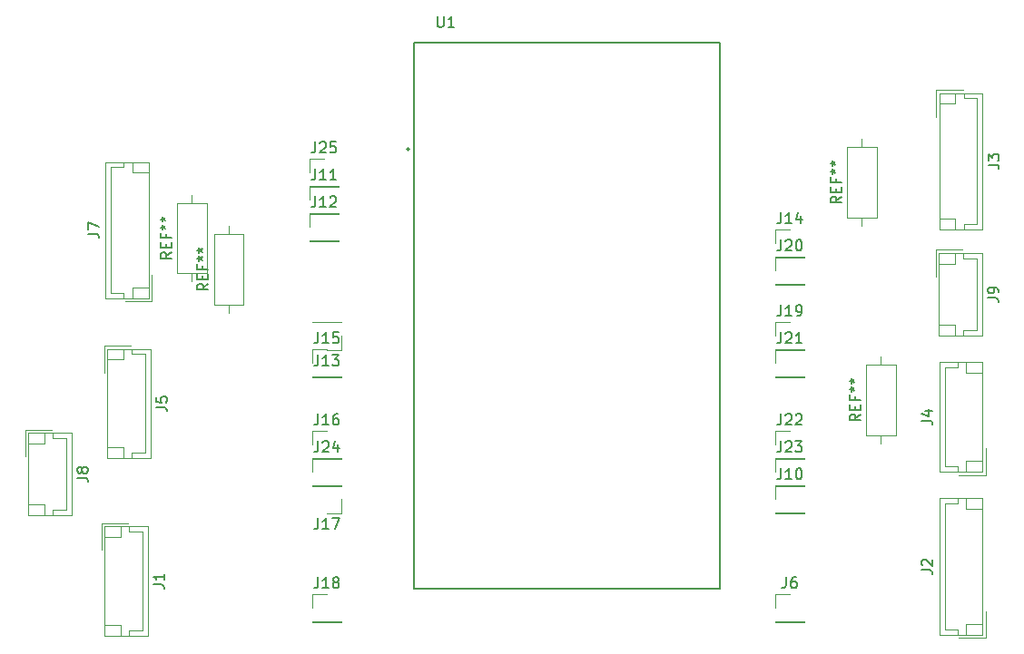
<source format=gbr>
%TF.GenerationSoftware,KiCad,Pcbnew,7.0.10*%
%TF.CreationDate,2024-02-21T13:04:12+05:00*%
%TF.ProjectId,Circuit for 3rd Milestone,43697263-7569-4742-9066-6f7220337264,rev?*%
%TF.SameCoordinates,Original*%
%TF.FileFunction,Legend,Top*%
%TF.FilePolarity,Positive*%
%FSLAX46Y46*%
G04 Gerber Fmt 4.6, Leading zero omitted, Abs format (unit mm)*
G04 Created by KiCad (PCBNEW 7.0.10) date 2024-02-21 13:04:12*
%MOMM*%
%LPD*%
G01*
G04 APERTURE LIST*
%ADD10C,0.150000*%
%ADD11C,0.120000*%
%ADD12C,0.127000*%
%ADD13C,0.200000*%
G04 APERTURE END LIST*
D10*
X202390476Y-119044819D02*
X202390476Y-119759104D01*
X202390476Y-119759104D02*
X202342857Y-119901961D01*
X202342857Y-119901961D02*
X202247619Y-119997200D01*
X202247619Y-119997200D02*
X202104762Y-120044819D01*
X202104762Y-120044819D02*
X202009524Y-120044819D01*
X203390476Y-120044819D02*
X202819048Y-120044819D01*
X203104762Y-120044819D02*
X203104762Y-119044819D01*
X203104762Y-119044819D02*
X203009524Y-119187676D01*
X203009524Y-119187676D02*
X202914286Y-119282914D01*
X202914286Y-119282914D02*
X202819048Y-119330533D01*
X204009524Y-119044819D02*
X204104762Y-119044819D01*
X204104762Y-119044819D02*
X204200000Y-119092438D01*
X204200000Y-119092438D02*
X204247619Y-119140057D01*
X204247619Y-119140057D02*
X204295238Y-119235295D01*
X204295238Y-119235295D02*
X204342857Y-119425771D01*
X204342857Y-119425771D02*
X204342857Y-119663866D01*
X204342857Y-119663866D02*
X204295238Y-119854342D01*
X204295238Y-119854342D02*
X204247619Y-119949580D01*
X204247619Y-119949580D02*
X204200000Y-119997200D01*
X204200000Y-119997200D02*
X204104762Y-120044819D01*
X204104762Y-120044819D02*
X204009524Y-120044819D01*
X204009524Y-120044819D02*
X203914286Y-119997200D01*
X203914286Y-119997200D02*
X203866667Y-119949580D01*
X203866667Y-119949580D02*
X203819048Y-119854342D01*
X203819048Y-119854342D02*
X203771429Y-119663866D01*
X203771429Y-119663866D02*
X203771429Y-119425771D01*
X203771429Y-119425771D02*
X203819048Y-119235295D01*
X203819048Y-119235295D02*
X203866667Y-119140057D01*
X203866667Y-119140057D02*
X203914286Y-119092438D01*
X203914286Y-119092438D02*
X204009524Y-119044819D01*
X215510819Y-114573333D02*
X216225104Y-114573333D01*
X216225104Y-114573333D02*
X216367961Y-114620952D01*
X216367961Y-114620952D02*
X216463200Y-114716190D01*
X216463200Y-114716190D02*
X216510819Y-114859047D01*
X216510819Y-114859047D02*
X216510819Y-114954285D01*
X215844152Y-113668571D02*
X216510819Y-113668571D01*
X215463200Y-113906666D02*
X216177485Y-114144761D01*
X216177485Y-114144761D02*
X216177485Y-113525714D01*
X202390476Y-113964819D02*
X202390476Y-114679104D01*
X202390476Y-114679104D02*
X202342857Y-114821961D01*
X202342857Y-114821961D02*
X202247619Y-114917200D01*
X202247619Y-114917200D02*
X202104762Y-114964819D01*
X202104762Y-114964819D02*
X202009524Y-114964819D01*
X202819048Y-114060057D02*
X202866667Y-114012438D01*
X202866667Y-114012438D02*
X202961905Y-113964819D01*
X202961905Y-113964819D02*
X203200000Y-113964819D01*
X203200000Y-113964819D02*
X203295238Y-114012438D01*
X203295238Y-114012438D02*
X203342857Y-114060057D01*
X203342857Y-114060057D02*
X203390476Y-114155295D01*
X203390476Y-114155295D02*
X203390476Y-114250533D01*
X203390476Y-114250533D02*
X203342857Y-114393390D01*
X203342857Y-114393390D02*
X202771429Y-114964819D01*
X202771429Y-114964819D02*
X203390476Y-114964819D01*
X203771429Y-114060057D02*
X203819048Y-114012438D01*
X203819048Y-114012438D02*
X203914286Y-113964819D01*
X203914286Y-113964819D02*
X204152381Y-113964819D01*
X204152381Y-113964819D02*
X204247619Y-114012438D01*
X204247619Y-114012438D02*
X204295238Y-114060057D01*
X204295238Y-114060057D02*
X204342857Y-114155295D01*
X204342857Y-114155295D02*
X204342857Y-114250533D01*
X204342857Y-114250533D02*
X204295238Y-114393390D01*
X204295238Y-114393390D02*
X203723810Y-114964819D01*
X203723810Y-114964819D02*
X204342857Y-114964819D01*
X144113819Y-113323333D02*
X144828104Y-113323333D01*
X144828104Y-113323333D02*
X144970961Y-113370952D01*
X144970961Y-113370952D02*
X145066200Y-113466190D01*
X145066200Y-113466190D02*
X145113819Y-113609047D01*
X145113819Y-113609047D02*
X145113819Y-113704285D01*
X144113819Y-112370952D02*
X144113819Y-112847142D01*
X144113819Y-112847142D02*
X144590009Y-112894761D01*
X144590009Y-112894761D02*
X144542390Y-112847142D01*
X144542390Y-112847142D02*
X144494771Y-112751904D01*
X144494771Y-112751904D02*
X144494771Y-112513809D01*
X144494771Y-112513809D02*
X144542390Y-112418571D01*
X144542390Y-112418571D02*
X144590009Y-112370952D01*
X144590009Y-112370952D02*
X144685247Y-112323333D01*
X144685247Y-112323333D02*
X144923342Y-112323333D01*
X144923342Y-112323333D02*
X145018580Y-112370952D01*
X145018580Y-112370952D02*
X145066200Y-112418571D01*
X145066200Y-112418571D02*
X145113819Y-112513809D01*
X145113819Y-112513809D02*
X145113819Y-112751904D01*
X145113819Y-112751904D02*
X145066200Y-112847142D01*
X145066200Y-112847142D02*
X145018580Y-112894761D01*
X159210476Y-113964819D02*
X159210476Y-114679104D01*
X159210476Y-114679104D02*
X159162857Y-114821961D01*
X159162857Y-114821961D02*
X159067619Y-114917200D01*
X159067619Y-114917200D02*
X158924762Y-114964819D01*
X158924762Y-114964819D02*
X158829524Y-114964819D01*
X160210476Y-114964819D02*
X159639048Y-114964819D01*
X159924762Y-114964819D02*
X159924762Y-113964819D01*
X159924762Y-113964819D02*
X159829524Y-114107676D01*
X159829524Y-114107676D02*
X159734286Y-114202914D01*
X159734286Y-114202914D02*
X159639048Y-114250533D01*
X161067619Y-113964819D02*
X160877143Y-113964819D01*
X160877143Y-113964819D02*
X160781905Y-114012438D01*
X160781905Y-114012438D02*
X160734286Y-114060057D01*
X160734286Y-114060057D02*
X160639048Y-114202914D01*
X160639048Y-114202914D02*
X160591429Y-114393390D01*
X160591429Y-114393390D02*
X160591429Y-114774342D01*
X160591429Y-114774342D02*
X160639048Y-114869580D01*
X160639048Y-114869580D02*
X160686667Y-114917200D01*
X160686667Y-114917200D02*
X160781905Y-114964819D01*
X160781905Y-114964819D02*
X160972381Y-114964819D01*
X160972381Y-114964819D02*
X161067619Y-114917200D01*
X161067619Y-114917200D02*
X161115238Y-114869580D01*
X161115238Y-114869580D02*
X161162857Y-114774342D01*
X161162857Y-114774342D02*
X161162857Y-114536247D01*
X161162857Y-114536247D02*
X161115238Y-114441009D01*
X161115238Y-114441009D02*
X161067619Y-114393390D01*
X161067619Y-114393390D02*
X160972381Y-114345771D01*
X160972381Y-114345771D02*
X160781905Y-114345771D01*
X160781905Y-114345771D02*
X160686667Y-114393390D01*
X160686667Y-114393390D02*
X160639048Y-114441009D01*
X160639048Y-114441009D02*
X160591429Y-114536247D01*
X159210476Y-116504819D02*
X159210476Y-117219104D01*
X159210476Y-117219104D02*
X159162857Y-117361961D01*
X159162857Y-117361961D02*
X159067619Y-117457200D01*
X159067619Y-117457200D02*
X158924762Y-117504819D01*
X158924762Y-117504819D02*
X158829524Y-117504819D01*
X159639048Y-116600057D02*
X159686667Y-116552438D01*
X159686667Y-116552438D02*
X159781905Y-116504819D01*
X159781905Y-116504819D02*
X160020000Y-116504819D01*
X160020000Y-116504819D02*
X160115238Y-116552438D01*
X160115238Y-116552438D02*
X160162857Y-116600057D01*
X160162857Y-116600057D02*
X160210476Y-116695295D01*
X160210476Y-116695295D02*
X160210476Y-116790533D01*
X160210476Y-116790533D02*
X160162857Y-116933390D01*
X160162857Y-116933390D02*
X159591429Y-117504819D01*
X159591429Y-117504819D02*
X160210476Y-117504819D01*
X161067619Y-116838152D02*
X161067619Y-117504819D01*
X160829524Y-116457200D02*
X160591429Y-117171485D01*
X160591429Y-117171485D02*
X161210476Y-117171485D01*
X208015819Y-93662333D02*
X207539628Y-93995666D01*
X208015819Y-94233761D02*
X207015819Y-94233761D01*
X207015819Y-94233761D02*
X207015819Y-93852809D01*
X207015819Y-93852809D02*
X207063438Y-93757571D01*
X207063438Y-93757571D02*
X207111057Y-93709952D01*
X207111057Y-93709952D02*
X207206295Y-93662333D01*
X207206295Y-93662333D02*
X207349152Y-93662333D01*
X207349152Y-93662333D02*
X207444390Y-93709952D01*
X207444390Y-93709952D02*
X207492009Y-93757571D01*
X207492009Y-93757571D02*
X207539628Y-93852809D01*
X207539628Y-93852809D02*
X207539628Y-94233761D01*
X207492009Y-93233761D02*
X207492009Y-92900428D01*
X208015819Y-92757571D02*
X208015819Y-93233761D01*
X208015819Y-93233761D02*
X207015819Y-93233761D01*
X207015819Y-93233761D02*
X207015819Y-92757571D01*
X207492009Y-91995666D02*
X207492009Y-92328999D01*
X208015819Y-92328999D02*
X207015819Y-92328999D01*
X207015819Y-92328999D02*
X207015819Y-91852809D01*
X207015819Y-91328999D02*
X207253914Y-91328999D01*
X207158676Y-91567094D02*
X207253914Y-91328999D01*
X207253914Y-91328999D02*
X207158676Y-91090904D01*
X207444390Y-91471856D02*
X207253914Y-91328999D01*
X207253914Y-91328999D02*
X207444390Y-91186142D01*
X207015819Y-90567094D02*
X207253914Y-90567094D01*
X207158676Y-90805189D02*
X207253914Y-90567094D01*
X207253914Y-90567094D02*
X207158676Y-90328999D01*
X207444390Y-90709951D02*
X207253914Y-90567094D01*
X207253914Y-90567094D02*
X207444390Y-90424237D01*
X143859819Y-129873333D02*
X144574104Y-129873333D01*
X144574104Y-129873333D02*
X144716961Y-129920952D01*
X144716961Y-129920952D02*
X144812200Y-130016190D01*
X144812200Y-130016190D02*
X144859819Y-130159047D01*
X144859819Y-130159047D02*
X144859819Y-130254285D01*
X144859819Y-128873333D02*
X144859819Y-129444761D01*
X144859819Y-129159047D02*
X143859819Y-129159047D01*
X143859819Y-129159047D02*
X144002676Y-129254285D01*
X144002676Y-129254285D02*
X144097914Y-129349523D01*
X144097914Y-129349523D02*
X144145533Y-129444761D01*
X202866666Y-129204819D02*
X202866666Y-129919104D01*
X202866666Y-129919104D02*
X202819047Y-130061961D01*
X202819047Y-130061961D02*
X202723809Y-130157200D01*
X202723809Y-130157200D02*
X202580952Y-130204819D01*
X202580952Y-130204819D02*
X202485714Y-130204819D01*
X203771428Y-129204819D02*
X203580952Y-129204819D01*
X203580952Y-129204819D02*
X203485714Y-129252438D01*
X203485714Y-129252438D02*
X203438095Y-129300057D01*
X203438095Y-129300057D02*
X203342857Y-129442914D01*
X203342857Y-129442914D02*
X203295238Y-129633390D01*
X203295238Y-129633390D02*
X203295238Y-130014342D01*
X203295238Y-130014342D02*
X203342857Y-130109580D01*
X203342857Y-130109580D02*
X203390476Y-130157200D01*
X203390476Y-130157200D02*
X203485714Y-130204819D01*
X203485714Y-130204819D02*
X203676190Y-130204819D01*
X203676190Y-130204819D02*
X203771428Y-130157200D01*
X203771428Y-130157200D02*
X203819047Y-130109580D01*
X203819047Y-130109580D02*
X203866666Y-130014342D01*
X203866666Y-130014342D02*
X203866666Y-129776247D01*
X203866666Y-129776247D02*
X203819047Y-129681009D01*
X203819047Y-129681009D02*
X203771428Y-129633390D01*
X203771428Y-129633390D02*
X203676190Y-129585771D01*
X203676190Y-129585771D02*
X203485714Y-129585771D01*
X203485714Y-129585771D02*
X203390476Y-129633390D01*
X203390476Y-129633390D02*
X203342857Y-129681009D01*
X203342857Y-129681009D02*
X203295238Y-129776247D01*
X137751819Y-97127333D02*
X138466104Y-97127333D01*
X138466104Y-97127333D02*
X138608961Y-97174952D01*
X138608961Y-97174952D02*
X138704200Y-97270190D01*
X138704200Y-97270190D02*
X138751819Y-97413047D01*
X138751819Y-97413047D02*
X138751819Y-97508285D01*
X137751819Y-96746380D02*
X137751819Y-96079714D01*
X137751819Y-96079714D02*
X138751819Y-96508285D01*
X202390476Y-116504819D02*
X202390476Y-117219104D01*
X202390476Y-117219104D02*
X202342857Y-117361961D01*
X202342857Y-117361961D02*
X202247619Y-117457200D01*
X202247619Y-117457200D02*
X202104762Y-117504819D01*
X202104762Y-117504819D02*
X202009524Y-117504819D01*
X202819048Y-116600057D02*
X202866667Y-116552438D01*
X202866667Y-116552438D02*
X202961905Y-116504819D01*
X202961905Y-116504819D02*
X203200000Y-116504819D01*
X203200000Y-116504819D02*
X203295238Y-116552438D01*
X203295238Y-116552438D02*
X203342857Y-116600057D01*
X203342857Y-116600057D02*
X203390476Y-116695295D01*
X203390476Y-116695295D02*
X203390476Y-116790533D01*
X203390476Y-116790533D02*
X203342857Y-116933390D01*
X203342857Y-116933390D02*
X202771429Y-117504819D01*
X202771429Y-117504819D02*
X203390476Y-117504819D01*
X203723810Y-116504819D02*
X204342857Y-116504819D01*
X204342857Y-116504819D02*
X204009524Y-116885771D01*
X204009524Y-116885771D02*
X204152381Y-116885771D01*
X204152381Y-116885771D02*
X204247619Y-116933390D01*
X204247619Y-116933390D02*
X204295238Y-116981009D01*
X204295238Y-116981009D02*
X204342857Y-117076247D01*
X204342857Y-117076247D02*
X204342857Y-117314342D01*
X204342857Y-117314342D02*
X204295238Y-117409580D01*
X204295238Y-117409580D02*
X204247619Y-117457200D01*
X204247619Y-117457200D02*
X204152381Y-117504819D01*
X204152381Y-117504819D02*
X203866667Y-117504819D01*
X203866667Y-117504819D02*
X203771429Y-117457200D01*
X203771429Y-117457200D02*
X203723810Y-117409580D01*
X136747819Y-119907333D02*
X137462104Y-119907333D01*
X137462104Y-119907333D02*
X137604961Y-119954952D01*
X137604961Y-119954952D02*
X137700200Y-120050190D01*
X137700200Y-120050190D02*
X137747819Y-120193047D01*
X137747819Y-120193047D02*
X137747819Y-120288285D01*
X137176390Y-119288285D02*
X137128771Y-119383523D01*
X137128771Y-119383523D02*
X137081152Y-119431142D01*
X137081152Y-119431142D02*
X136985914Y-119478761D01*
X136985914Y-119478761D02*
X136938295Y-119478761D01*
X136938295Y-119478761D02*
X136843057Y-119431142D01*
X136843057Y-119431142D02*
X136795438Y-119383523D01*
X136795438Y-119383523D02*
X136747819Y-119288285D01*
X136747819Y-119288285D02*
X136747819Y-119097809D01*
X136747819Y-119097809D02*
X136795438Y-119002571D01*
X136795438Y-119002571D02*
X136843057Y-118954952D01*
X136843057Y-118954952D02*
X136938295Y-118907333D01*
X136938295Y-118907333D02*
X136985914Y-118907333D01*
X136985914Y-118907333D02*
X137081152Y-118954952D01*
X137081152Y-118954952D02*
X137128771Y-119002571D01*
X137128771Y-119002571D02*
X137176390Y-119097809D01*
X137176390Y-119097809D02*
X137176390Y-119288285D01*
X137176390Y-119288285D02*
X137224009Y-119383523D01*
X137224009Y-119383523D02*
X137271628Y-119431142D01*
X137271628Y-119431142D02*
X137366866Y-119478761D01*
X137366866Y-119478761D02*
X137557342Y-119478761D01*
X137557342Y-119478761D02*
X137652580Y-119431142D01*
X137652580Y-119431142D02*
X137700200Y-119383523D01*
X137700200Y-119383523D02*
X137747819Y-119288285D01*
X137747819Y-119288285D02*
X137747819Y-119097809D01*
X137747819Y-119097809D02*
X137700200Y-119002571D01*
X137700200Y-119002571D02*
X137652580Y-118954952D01*
X137652580Y-118954952D02*
X137557342Y-118907333D01*
X137557342Y-118907333D02*
X137366866Y-118907333D01*
X137366866Y-118907333D02*
X137271628Y-118954952D01*
X137271628Y-118954952D02*
X137224009Y-119002571D01*
X137224009Y-119002571D02*
X137176390Y-119097809D01*
X148960819Y-101790333D02*
X148484628Y-102123666D01*
X148960819Y-102361761D02*
X147960819Y-102361761D01*
X147960819Y-102361761D02*
X147960819Y-101980809D01*
X147960819Y-101980809D02*
X148008438Y-101885571D01*
X148008438Y-101885571D02*
X148056057Y-101837952D01*
X148056057Y-101837952D02*
X148151295Y-101790333D01*
X148151295Y-101790333D02*
X148294152Y-101790333D01*
X148294152Y-101790333D02*
X148389390Y-101837952D01*
X148389390Y-101837952D02*
X148437009Y-101885571D01*
X148437009Y-101885571D02*
X148484628Y-101980809D01*
X148484628Y-101980809D02*
X148484628Y-102361761D01*
X148437009Y-101361761D02*
X148437009Y-101028428D01*
X148960819Y-100885571D02*
X148960819Y-101361761D01*
X148960819Y-101361761D02*
X147960819Y-101361761D01*
X147960819Y-101361761D02*
X147960819Y-100885571D01*
X148437009Y-100123666D02*
X148437009Y-100456999D01*
X148960819Y-100456999D02*
X147960819Y-100456999D01*
X147960819Y-100456999D02*
X147960819Y-99980809D01*
X147960819Y-99456999D02*
X148198914Y-99456999D01*
X148103676Y-99695094D02*
X148198914Y-99456999D01*
X148198914Y-99456999D02*
X148103676Y-99218904D01*
X148389390Y-99599856D02*
X148198914Y-99456999D01*
X148198914Y-99456999D02*
X148389390Y-99314142D01*
X147960819Y-98695094D02*
X148198914Y-98695094D01*
X148103676Y-98933189D02*
X148198914Y-98695094D01*
X148198914Y-98695094D02*
X148103676Y-98456999D01*
X148389390Y-98837951D02*
X148198914Y-98695094D01*
X148198914Y-98695094D02*
X148389390Y-98552237D01*
X202390476Y-106344819D02*
X202390476Y-107059104D01*
X202390476Y-107059104D02*
X202342857Y-107201961D01*
X202342857Y-107201961D02*
X202247619Y-107297200D01*
X202247619Y-107297200D02*
X202104762Y-107344819D01*
X202104762Y-107344819D02*
X202009524Y-107344819D01*
X202819048Y-106440057D02*
X202866667Y-106392438D01*
X202866667Y-106392438D02*
X202961905Y-106344819D01*
X202961905Y-106344819D02*
X203200000Y-106344819D01*
X203200000Y-106344819D02*
X203295238Y-106392438D01*
X203295238Y-106392438D02*
X203342857Y-106440057D01*
X203342857Y-106440057D02*
X203390476Y-106535295D01*
X203390476Y-106535295D02*
X203390476Y-106630533D01*
X203390476Y-106630533D02*
X203342857Y-106773390D01*
X203342857Y-106773390D02*
X202771429Y-107344819D01*
X202771429Y-107344819D02*
X203390476Y-107344819D01*
X204342857Y-107344819D02*
X203771429Y-107344819D01*
X204057143Y-107344819D02*
X204057143Y-106344819D01*
X204057143Y-106344819D02*
X203961905Y-106487676D01*
X203961905Y-106487676D02*
X203866667Y-106582914D01*
X203866667Y-106582914D02*
X203771429Y-106630533D01*
X145531819Y-98869333D02*
X145055628Y-99202666D01*
X145531819Y-99440761D02*
X144531819Y-99440761D01*
X144531819Y-99440761D02*
X144531819Y-99059809D01*
X144531819Y-99059809D02*
X144579438Y-98964571D01*
X144579438Y-98964571D02*
X144627057Y-98916952D01*
X144627057Y-98916952D02*
X144722295Y-98869333D01*
X144722295Y-98869333D02*
X144865152Y-98869333D01*
X144865152Y-98869333D02*
X144960390Y-98916952D01*
X144960390Y-98916952D02*
X145008009Y-98964571D01*
X145008009Y-98964571D02*
X145055628Y-99059809D01*
X145055628Y-99059809D02*
X145055628Y-99440761D01*
X145008009Y-98440761D02*
X145008009Y-98107428D01*
X145531819Y-97964571D02*
X145531819Y-98440761D01*
X145531819Y-98440761D02*
X144531819Y-98440761D01*
X144531819Y-98440761D02*
X144531819Y-97964571D01*
X145008009Y-97202666D02*
X145008009Y-97535999D01*
X145531819Y-97535999D02*
X144531819Y-97535999D01*
X144531819Y-97535999D02*
X144531819Y-97059809D01*
X144531819Y-96535999D02*
X144769914Y-96535999D01*
X144674676Y-96774094D02*
X144769914Y-96535999D01*
X144769914Y-96535999D02*
X144674676Y-96297904D01*
X144960390Y-96678856D02*
X144769914Y-96535999D01*
X144769914Y-96535999D02*
X144960390Y-96393142D01*
X144531819Y-95774094D02*
X144769914Y-95774094D01*
X144674676Y-96012189D02*
X144769914Y-95774094D01*
X144769914Y-95774094D02*
X144674676Y-95535999D01*
X144960390Y-95916951D02*
X144769914Y-95774094D01*
X144769914Y-95774094D02*
X144960390Y-95631237D01*
X209793819Y-113982333D02*
X209317628Y-114315666D01*
X209793819Y-114553761D02*
X208793819Y-114553761D01*
X208793819Y-114553761D02*
X208793819Y-114172809D01*
X208793819Y-114172809D02*
X208841438Y-114077571D01*
X208841438Y-114077571D02*
X208889057Y-114029952D01*
X208889057Y-114029952D02*
X208984295Y-113982333D01*
X208984295Y-113982333D02*
X209127152Y-113982333D01*
X209127152Y-113982333D02*
X209222390Y-114029952D01*
X209222390Y-114029952D02*
X209270009Y-114077571D01*
X209270009Y-114077571D02*
X209317628Y-114172809D01*
X209317628Y-114172809D02*
X209317628Y-114553761D01*
X209270009Y-113553761D02*
X209270009Y-113220428D01*
X209793819Y-113077571D02*
X209793819Y-113553761D01*
X209793819Y-113553761D02*
X208793819Y-113553761D01*
X208793819Y-113553761D02*
X208793819Y-113077571D01*
X209270009Y-112315666D02*
X209270009Y-112648999D01*
X209793819Y-112648999D02*
X208793819Y-112648999D01*
X208793819Y-112648999D02*
X208793819Y-112172809D01*
X208793819Y-111648999D02*
X209031914Y-111648999D01*
X208936676Y-111887094D02*
X209031914Y-111648999D01*
X209031914Y-111648999D02*
X208936676Y-111410904D01*
X209222390Y-111791856D02*
X209031914Y-111648999D01*
X209031914Y-111648999D02*
X209222390Y-111506142D01*
X208793819Y-110887094D02*
X209031914Y-110887094D01*
X208936676Y-111125189D02*
X209031914Y-110887094D01*
X209031914Y-110887094D02*
X208936676Y-110648999D01*
X209222390Y-111029951D02*
X209031914Y-110887094D01*
X209031914Y-110887094D02*
X209222390Y-110744237D01*
X202390476Y-97708819D02*
X202390476Y-98423104D01*
X202390476Y-98423104D02*
X202342857Y-98565961D01*
X202342857Y-98565961D02*
X202247619Y-98661200D01*
X202247619Y-98661200D02*
X202104762Y-98708819D01*
X202104762Y-98708819D02*
X202009524Y-98708819D01*
X202819048Y-97804057D02*
X202866667Y-97756438D01*
X202866667Y-97756438D02*
X202961905Y-97708819D01*
X202961905Y-97708819D02*
X203200000Y-97708819D01*
X203200000Y-97708819D02*
X203295238Y-97756438D01*
X203295238Y-97756438D02*
X203342857Y-97804057D01*
X203342857Y-97804057D02*
X203390476Y-97899295D01*
X203390476Y-97899295D02*
X203390476Y-97994533D01*
X203390476Y-97994533D02*
X203342857Y-98137390D01*
X203342857Y-98137390D02*
X202771429Y-98708819D01*
X202771429Y-98708819D02*
X203390476Y-98708819D01*
X204009524Y-97708819D02*
X204104762Y-97708819D01*
X204104762Y-97708819D02*
X204200000Y-97756438D01*
X204200000Y-97756438D02*
X204247619Y-97804057D01*
X204247619Y-97804057D02*
X204295238Y-97899295D01*
X204295238Y-97899295D02*
X204342857Y-98089771D01*
X204342857Y-98089771D02*
X204342857Y-98327866D01*
X204342857Y-98327866D02*
X204295238Y-98518342D01*
X204295238Y-98518342D02*
X204247619Y-98613580D01*
X204247619Y-98613580D02*
X204200000Y-98661200D01*
X204200000Y-98661200D02*
X204104762Y-98708819D01*
X204104762Y-98708819D02*
X204009524Y-98708819D01*
X204009524Y-98708819D02*
X203914286Y-98661200D01*
X203914286Y-98661200D02*
X203866667Y-98613580D01*
X203866667Y-98613580D02*
X203819048Y-98518342D01*
X203819048Y-98518342D02*
X203771429Y-98327866D01*
X203771429Y-98327866D02*
X203771429Y-98089771D01*
X203771429Y-98089771D02*
X203819048Y-97899295D01*
X203819048Y-97899295D02*
X203866667Y-97804057D01*
X203866667Y-97804057D02*
X203914286Y-97756438D01*
X203914286Y-97756438D02*
X204009524Y-97708819D01*
X159210476Y-108464819D02*
X159210476Y-109179104D01*
X159210476Y-109179104D02*
X159162857Y-109321961D01*
X159162857Y-109321961D02*
X159067619Y-109417200D01*
X159067619Y-109417200D02*
X158924762Y-109464819D01*
X158924762Y-109464819D02*
X158829524Y-109464819D01*
X160210476Y-109464819D02*
X159639048Y-109464819D01*
X159924762Y-109464819D02*
X159924762Y-108464819D01*
X159924762Y-108464819D02*
X159829524Y-108607676D01*
X159829524Y-108607676D02*
X159734286Y-108702914D01*
X159734286Y-108702914D02*
X159639048Y-108750533D01*
X160543810Y-108464819D02*
X161162857Y-108464819D01*
X161162857Y-108464819D02*
X160829524Y-108845771D01*
X160829524Y-108845771D02*
X160972381Y-108845771D01*
X160972381Y-108845771D02*
X161067619Y-108893390D01*
X161067619Y-108893390D02*
X161115238Y-108941009D01*
X161115238Y-108941009D02*
X161162857Y-109036247D01*
X161162857Y-109036247D02*
X161162857Y-109274342D01*
X161162857Y-109274342D02*
X161115238Y-109369580D01*
X161115238Y-109369580D02*
X161067619Y-109417200D01*
X161067619Y-109417200D02*
X160972381Y-109464819D01*
X160972381Y-109464819D02*
X160686667Y-109464819D01*
X160686667Y-109464819D02*
X160591429Y-109417200D01*
X160591429Y-109417200D02*
X160543810Y-109369580D01*
X170343095Y-76849819D02*
X170343095Y-77659342D01*
X170343095Y-77659342D02*
X170390714Y-77754580D01*
X170390714Y-77754580D02*
X170438333Y-77802200D01*
X170438333Y-77802200D02*
X170533571Y-77849819D01*
X170533571Y-77849819D02*
X170724047Y-77849819D01*
X170724047Y-77849819D02*
X170819285Y-77802200D01*
X170819285Y-77802200D02*
X170866904Y-77754580D01*
X170866904Y-77754580D02*
X170914523Y-77659342D01*
X170914523Y-77659342D02*
X170914523Y-76849819D01*
X171914523Y-77849819D02*
X171343095Y-77849819D01*
X171628809Y-77849819D02*
X171628809Y-76849819D01*
X171628809Y-76849819D02*
X171533571Y-76992676D01*
X171533571Y-76992676D02*
X171438333Y-77087914D01*
X171438333Y-77087914D02*
X171343095Y-77135533D01*
X202390476Y-103804819D02*
X202390476Y-104519104D01*
X202390476Y-104519104D02*
X202342857Y-104661961D01*
X202342857Y-104661961D02*
X202247619Y-104757200D01*
X202247619Y-104757200D02*
X202104762Y-104804819D01*
X202104762Y-104804819D02*
X202009524Y-104804819D01*
X203390476Y-104804819D02*
X202819048Y-104804819D01*
X203104762Y-104804819D02*
X203104762Y-103804819D01*
X203104762Y-103804819D02*
X203009524Y-103947676D01*
X203009524Y-103947676D02*
X202914286Y-104042914D01*
X202914286Y-104042914D02*
X202819048Y-104090533D01*
X203866667Y-104804819D02*
X204057143Y-104804819D01*
X204057143Y-104804819D02*
X204152381Y-104757200D01*
X204152381Y-104757200D02*
X204200000Y-104709580D01*
X204200000Y-104709580D02*
X204295238Y-104566723D01*
X204295238Y-104566723D02*
X204342857Y-104376247D01*
X204342857Y-104376247D02*
X204342857Y-103995295D01*
X204342857Y-103995295D02*
X204295238Y-103900057D01*
X204295238Y-103900057D02*
X204247619Y-103852438D01*
X204247619Y-103852438D02*
X204152381Y-103804819D01*
X204152381Y-103804819D02*
X203961905Y-103804819D01*
X203961905Y-103804819D02*
X203866667Y-103852438D01*
X203866667Y-103852438D02*
X203819048Y-103900057D01*
X203819048Y-103900057D02*
X203771429Y-103995295D01*
X203771429Y-103995295D02*
X203771429Y-104233390D01*
X203771429Y-104233390D02*
X203819048Y-104328628D01*
X203819048Y-104328628D02*
X203866667Y-104376247D01*
X203866667Y-104376247D02*
X203961905Y-104423866D01*
X203961905Y-104423866D02*
X204152381Y-104423866D01*
X204152381Y-104423866D02*
X204247619Y-104376247D01*
X204247619Y-104376247D02*
X204295238Y-104328628D01*
X204295238Y-104328628D02*
X204342857Y-104233390D01*
X159210476Y-123704819D02*
X159210476Y-124419104D01*
X159210476Y-124419104D02*
X159162857Y-124561961D01*
X159162857Y-124561961D02*
X159067619Y-124657200D01*
X159067619Y-124657200D02*
X158924762Y-124704819D01*
X158924762Y-124704819D02*
X158829524Y-124704819D01*
X160210476Y-124704819D02*
X159639048Y-124704819D01*
X159924762Y-124704819D02*
X159924762Y-123704819D01*
X159924762Y-123704819D02*
X159829524Y-123847676D01*
X159829524Y-123847676D02*
X159734286Y-123942914D01*
X159734286Y-123942914D02*
X159639048Y-123990533D01*
X160543810Y-123704819D02*
X161210476Y-123704819D01*
X161210476Y-123704819D02*
X160781905Y-124704819D01*
X159210476Y-106344819D02*
X159210476Y-107059104D01*
X159210476Y-107059104D02*
X159162857Y-107201961D01*
X159162857Y-107201961D02*
X159067619Y-107297200D01*
X159067619Y-107297200D02*
X158924762Y-107344819D01*
X158924762Y-107344819D02*
X158829524Y-107344819D01*
X160210476Y-107344819D02*
X159639048Y-107344819D01*
X159924762Y-107344819D02*
X159924762Y-106344819D01*
X159924762Y-106344819D02*
X159829524Y-106487676D01*
X159829524Y-106487676D02*
X159734286Y-106582914D01*
X159734286Y-106582914D02*
X159639048Y-106630533D01*
X161115238Y-106344819D02*
X160639048Y-106344819D01*
X160639048Y-106344819D02*
X160591429Y-106821009D01*
X160591429Y-106821009D02*
X160639048Y-106773390D01*
X160639048Y-106773390D02*
X160734286Y-106725771D01*
X160734286Y-106725771D02*
X160972381Y-106725771D01*
X160972381Y-106725771D02*
X161067619Y-106773390D01*
X161067619Y-106773390D02*
X161115238Y-106821009D01*
X161115238Y-106821009D02*
X161162857Y-106916247D01*
X161162857Y-106916247D02*
X161162857Y-107154342D01*
X161162857Y-107154342D02*
X161115238Y-107249580D01*
X161115238Y-107249580D02*
X161067619Y-107297200D01*
X161067619Y-107297200D02*
X160972381Y-107344819D01*
X160972381Y-107344819D02*
X160734286Y-107344819D01*
X160734286Y-107344819D02*
X160639048Y-107297200D01*
X160639048Y-107297200D02*
X160591429Y-107249580D01*
X158956476Y-93644819D02*
X158956476Y-94359104D01*
X158956476Y-94359104D02*
X158908857Y-94501961D01*
X158908857Y-94501961D02*
X158813619Y-94597200D01*
X158813619Y-94597200D02*
X158670762Y-94644819D01*
X158670762Y-94644819D02*
X158575524Y-94644819D01*
X159956476Y-94644819D02*
X159385048Y-94644819D01*
X159670762Y-94644819D02*
X159670762Y-93644819D01*
X159670762Y-93644819D02*
X159575524Y-93787676D01*
X159575524Y-93787676D02*
X159480286Y-93882914D01*
X159480286Y-93882914D02*
X159385048Y-93930533D01*
X160337429Y-93740057D02*
X160385048Y-93692438D01*
X160385048Y-93692438D02*
X160480286Y-93644819D01*
X160480286Y-93644819D02*
X160718381Y-93644819D01*
X160718381Y-93644819D02*
X160813619Y-93692438D01*
X160813619Y-93692438D02*
X160861238Y-93740057D01*
X160861238Y-93740057D02*
X160908857Y-93835295D01*
X160908857Y-93835295D02*
X160908857Y-93930533D01*
X160908857Y-93930533D02*
X160861238Y-94073390D01*
X160861238Y-94073390D02*
X160289810Y-94644819D01*
X160289810Y-94644819D02*
X160908857Y-94644819D01*
X158956476Y-91104819D02*
X158956476Y-91819104D01*
X158956476Y-91819104D02*
X158908857Y-91961961D01*
X158908857Y-91961961D02*
X158813619Y-92057200D01*
X158813619Y-92057200D02*
X158670762Y-92104819D01*
X158670762Y-92104819D02*
X158575524Y-92104819D01*
X159956476Y-92104819D02*
X159385048Y-92104819D01*
X159670762Y-92104819D02*
X159670762Y-91104819D01*
X159670762Y-91104819D02*
X159575524Y-91247676D01*
X159575524Y-91247676D02*
X159480286Y-91342914D01*
X159480286Y-91342914D02*
X159385048Y-91390533D01*
X160908857Y-92104819D02*
X160337429Y-92104819D01*
X160623143Y-92104819D02*
X160623143Y-91104819D01*
X160623143Y-91104819D02*
X160527905Y-91247676D01*
X160527905Y-91247676D02*
X160432667Y-91342914D01*
X160432667Y-91342914D02*
X160337429Y-91390533D01*
X202390476Y-95168819D02*
X202390476Y-95883104D01*
X202390476Y-95883104D02*
X202342857Y-96025961D01*
X202342857Y-96025961D02*
X202247619Y-96121200D01*
X202247619Y-96121200D02*
X202104762Y-96168819D01*
X202104762Y-96168819D02*
X202009524Y-96168819D01*
X203390476Y-96168819D02*
X202819048Y-96168819D01*
X203104762Y-96168819D02*
X203104762Y-95168819D01*
X203104762Y-95168819D02*
X203009524Y-95311676D01*
X203009524Y-95311676D02*
X202914286Y-95406914D01*
X202914286Y-95406914D02*
X202819048Y-95454533D01*
X204247619Y-95502152D02*
X204247619Y-96168819D01*
X204009524Y-95121200D02*
X203771429Y-95835485D01*
X203771429Y-95835485D02*
X204390476Y-95835485D01*
X158956476Y-88564819D02*
X158956476Y-89279104D01*
X158956476Y-89279104D02*
X158908857Y-89421961D01*
X158908857Y-89421961D02*
X158813619Y-89517200D01*
X158813619Y-89517200D02*
X158670762Y-89564819D01*
X158670762Y-89564819D02*
X158575524Y-89564819D01*
X159385048Y-88660057D02*
X159432667Y-88612438D01*
X159432667Y-88612438D02*
X159527905Y-88564819D01*
X159527905Y-88564819D02*
X159766000Y-88564819D01*
X159766000Y-88564819D02*
X159861238Y-88612438D01*
X159861238Y-88612438D02*
X159908857Y-88660057D01*
X159908857Y-88660057D02*
X159956476Y-88755295D01*
X159956476Y-88755295D02*
X159956476Y-88850533D01*
X159956476Y-88850533D02*
X159908857Y-88993390D01*
X159908857Y-88993390D02*
X159337429Y-89564819D01*
X159337429Y-89564819D02*
X159956476Y-89564819D01*
X160861238Y-88564819D02*
X160385048Y-88564819D01*
X160385048Y-88564819D02*
X160337429Y-89041009D01*
X160337429Y-89041009D02*
X160385048Y-88993390D01*
X160385048Y-88993390D02*
X160480286Y-88945771D01*
X160480286Y-88945771D02*
X160718381Y-88945771D01*
X160718381Y-88945771D02*
X160813619Y-88993390D01*
X160813619Y-88993390D02*
X160861238Y-89041009D01*
X160861238Y-89041009D02*
X160908857Y-89136247D01*
X160908857Y-89136247D02*
X160908857Y-89374342D01*
X160908857Y-89374342D02*
X160861238Y-89469580D01*
X160861238Y-89469580D02*
X160813619Y-89517200D01*
X160813619Y-89517200D02*
X160718381Y-89564819D01*
X160718381Y-89564819D02*
X160480286Y-89564819D01*
X160480286Y-89564819D02*
X160385048Y-89517200D01*
X160385048Y-89517200D02*
X160337429Y-89469580D01*
X215510819Y-128523333D02*
X216225104Y-128523333D01*
X216225104Y-128523333D02*
X216367961Y-128570952D01*
X216367961Y-128570952D02*
X216463200Y-128666190D01*
X216463200Y-128666190D02*
X216510819Y-128809047D01*
X216510819Y-128809047D02*
X216510819Y-128904285D01*
X215606057Y-128094761D02*
X215558438Y-128047142D01*
X215558438Y-128047142D02*
X215510819Y-127951904D01*
X215510819Y-127951904D02*
X215510819Y-127713809D01*
X215510819Y-127713809D02*
X215558438Y-127618571D01*
X215558438Y-127618571D02*
X215606057Y-127570952D01*
X215606057Y-127570952D02*
X215701295Y-127523333D01*
X215701295Y-127523333D02*
X215796533Y-127523333D01*
X215796533Y-127523333D02*
X215939390Y-127570952D01*
X215939390Y-127570952D02*
X216510819Y-128142380D01*
X216510819Y-128142380D02*
X216510819Y-127523333D01*
X221664819Y-103123333D02*
X222379104Y-103123333D01*
X222379104Y-103123333D02*
X222521961Y-103170952D01*
X222521961Y-103170952D02*
X222617200Y-103266190D01*
X222617200Y-103266190D02*
X222664819Y-103409047D01*
X222664819Y-103409047D02*
X222664819Y-103504285D01*
X222664819Y-102599523D02*
X222664819Y-102409047D01*
X222664819Y-102409047D02*
X222617200Y-102313809D01*
X222617200Y-102313809D02*
X222569580Y-102266190D01*
X222569580Y-102266190D02*
X222426723Y-102170952D01*
X222426723Y-102170952D02*
X222236247Y-102123333D01*
X222236247Y-102123333D02*
X221855295Y-102123333D01*
X221855295Y-102123333D02*
X221760057Y-102170952D01*
X221760057Y-102170952D02*
X221712438Y-102218571D01*
X221712438Y-102218571D02*
X221664819Y-102313809D01*
X221664819Y-102313809D02*
X221664819Y-102504285D01*
X221664819Y-102504285D02*
X221712438Y-102599523D01*
X221712438Y-102599523D02*
X221760057Y-102647142D01*
X221760057Y-102647142D02*
X221855295Y-102694761D01*
X221855295Y-102694761D02*
X222093390Y-102694761D01*
X222093390Y-102694761D02*
X222188628Y-102647142D01*
X222188628Y-102647142D02*
X222236247Y-102599523D01*
X222236247Y-102599523D02*
X222283866Y-102504285D01*
X222283866Y-102504285D02*
X222283866Y-102313809D01*
X222283866Y-102313809D02*
X222236247Y-102218571D01*
X222236247Y-102218571D02*
X222188628Y-102170952D01*
X222188628Y-102170952D02*
X222093390Y-102123333D01*
X159210476Y-129204819D02*
X159210476Y-129919104D01*
X159210476Y-129919104D02*
X159162857Y-130061961D01*
X159162857Y-130061961D02*
X159067619Y-130157200D01*
X159067619Y-130157200D02*
X158924762Y-130204819D01*
X158924762Y-130204819D02*
X158829524Y-130204819D01*
X160210476Y-130204819D02*
X159639048Y-130204819D01*
X159924762Y-130204819D02*
X159924762Y-129204819D01*
X159924762Y-129204819D02*
X159829524Y-129347676D01*
X159829524Y-129347676D02*
X159734286Y-129442914D01*
X159734286Y-129442914D02*
X159639048Y-129490533D01*
X160781905Y-129633390D02*
X160686667Y-129585771D01*
X160686667Y-129585771D02*
X160639048Y-129538152D01*
X160639048Y-129538152D02*
X160591429Y-129442914D01*
X160591429Y-129442914D02*
X160591429Y-129395295D01*
X160591429Y-129395295D02*
X160639048Y-129300057D01*
X160639048Y-129300057D02*
X160686667Y-129252438D01*
X160686667Y-129252438D02*
X160781905Y-129204819D01*
X160781905Y-129204819D02*
X160972381Y-129204819D01*
X160972381Y-129204819D02*
X161067619Y-129252438D01*
X161067619Y-129252438D02*
X161115238Y-129300057D01*
X161115238Y-129300057D02*
X161162857Y-129395295D01*
X161162857Y-129395295D02*
X161162857Y-129442914D01*
X161162857Y-129442914D02*
X161115238Y-129538152D01*
X161115238Y-129538152D02*
X161067619Y-129585771D01*
X161067619Y-129585771D02*
X160972381Y-129633390D01*
X160972381Y-129633390D02*
X160781905Y-129633390D01*
X160781905Y-129633390D02*
X160686667Y-129681009D01*
X160686667Y-129681009D02*
X160639048Y-129728628D01*
X160639048Y-129728628D02*
X160591429Y-129823866D01*
X160591429Y-129823866D02*
X160591429Y-130014342D01*
X160591429Y-130014342D02*
X160639048Y-130109580D01*
X160639048Y-130109580D02*
X160686667Y-130157200D01*
X160686667Y-130157200D02*
X160781905Y-130204819D01*
X160781905Y-130204819D02*
X160972381Y-130204819D01*
X160972381Y-130204819D02*
X161067619Y-130157200D01*
X161067619Y-130157200D02*
X161115238Y-130109580D01*
X161115238Y-130109580D02*
X161162857Y-130014342D01*
X161162857Y-130014342D02*
X161162857Y-129823866D01*
X161162857Y-129823866D02*
X161115238Y-129728628D01*
X161115238Y-129728628D02*
X161067619Y-129681009D01*
X161067619Y-129681009D02*
X160972381Y-129633390D01*
X221710819Y-90697333D02*
X222425104Y-90697333D01*
X222425104Y-90697333D02*
X222567961Y-90744952D01*
X222567961Y-90744952D02*
X222663200Y-90840190D01*
X222663200Y-90840190D02*
X222710819Y-90983047D01*
X222710819Y-90983047D02*
X222710819Y-91078285D01*
X221710819Y-90316380D02*
X221710819Y-89697333D01*
X221710819Y-89697333D02*
X222091771Y-90030666D01*
X222091771Y-90030666D02*
X222091771Y-89887809D01*
X222091771Y-89887809D02*
X222139390Y-89792571D01*
X222139390Y-89792571D02*
X222187009Y-89744952D01*
X222187009Y-89744952D02*
X222282247Y-89697333D01*
X222282247Y-89697333D02*
X222520342Y-89697333D01*
X222520342Y-89697333D02*
X222615580Y-89744952D01*
X222615580Y-89744952D02*
X222663200Y-89792571D01*
X222663200Y-89792571D02*
X222710819Y-89887809D01*
X222710819Y-89887809D02*
X222710819Y-90173523D01*
X222710819Y-90173523D02*
X222663200Y-90268761D01*
X222663200Y-90268761D02*
X222615580Y-90316380D01*
D11*
%TO.C,J10*%
X201870000Y-120590000D02*
X203200000Y-120590000D01*
X201870000Y-123190000D02*
X201870000Y-123250000D01*
X201870000Y-121920000D02*
X201870000Y-120590000D01*
X201870000Y-123190000D02*
X204530000Y-123190000D01*
X204530000Y-123190000D02*
X204530000Y-123250000D01*
X201870000Y-123250000D02*
X204530000Y-123250000D01*
%TO.C,J4*%
X218856000Y-118850000D02*
X217646000Y-118850000D01*
X221166000Y-109130000D02*
X217146000Y-109130000D01*
X218856000Y-109630000D02*
X218856000Y-109130000D01*
X219666000Y-109130000D02*
X219666000Y-110130000D01*
X219666000Y-119350000D02*
X219666000Y-118350000D01*
X217146000Y-109130000D02*
X217146000Y-119350000D01*
X221166000Y-119350000D02*
X221166000Y-109130000D01*
X217646000Y-109630000D02*
X218856000Y-109630000D01*
X221466000Y-119650000D02*
X221466000Y-117150000D01*
X218966000Y-119650000D02*
X221466000Y-119650000D01*
X219666000Y-110130000D02*
X221166000Y-110130000D01*
X217146000Y-119350000D02*
X221166000Y-119350000D01*
X218856000Y-119350000D02*
X218856000Y-118850000D01*
X219666000Y-118350000D02*
X221166000Y-118350000D01*
X217646000Y-118850000D02*
X217646000Y-109630000D01*
%TO.C,J22*%
X201870000Y-116840000D02*
X201870000Y-115510000D01*
X204530000Y-118110000D02*
X204530000Y-118170000D01*
X201870000Y-115510000D02*
X203200000Y-115510000D01*
X201870000Y-118170000D02*
X204530000Y-118170000D01*
X201870000Y-118110000D02*
X201870000Y-118170000D01*
X201870000Y-118110000D02*
X204530000Y-118110000D01*
%TO.C,J5*%
X141049000Y-107880000D02*
X141049000Y-108880000D01*
X141049000Y-118100000D02*
X141049000Y-117100000D01*
X141749000Y-107580000D02*
X139249000Y-107580000D01*
X141859000Y-108380000D02*
X143069000Y-108380000D01*
X141859000Y-107880000D02*
X141859000Y-108380000D01*
X139549000Y-118100000D02*
X143569000Y-118100000D01*
X141049000Y-108880000D02*
X139549000Y-108880000D01*
X139249000Y-107580000D02*
X139249000Y-110080000D01*
X141049000Y-117100000D02*
X139549000Y-117100000D01*
X143569000Y-118100000D02*
X143569000Y-107880000D01*
X143069000Y-117600000D02*
X141859000Y-117600000D01*
X143569000Y-107880000D02*
X139549000Y-107880000D01*
X143069000Y-108380000D02*
X143069000Y-117600000D01*
X139549000Y-107880000D02*
X139549000Y-118100000D01*
X141859000Y-117600000D02*
X141859000Y-118100000D01*
%TO.C,J16*%
X158690000Y-118110000D02*
X161350000Y-118110000D01*
X158690000Y-115510000D02*
X160020000Y-115510000D01*
X158690000Y-118110000D02*
X158690000Y-118170000D01*
X161350000Y-118110000D02*
X161350000Y-118170000D01*
X158690000Y-116840000D02*
X158690000Y-115510000D01*
X158690000Y-118170000D02*
X161350000Y-118170000D01*
%TO.C,J24*%
X158690000Y-120650000D02*
X161350000Y-120650000D01*
X158690000Y-120710000D02*
X161350000Y-120710000D01*
X161350000Y-120650000D02*
X161350000Y-120710000D01*
X158690000Y-120650000D02*
X158690000Y-120710000D01*
X158690000Y-119380000D02*
X158690000Y-118050000D01*
X158690000Y-118050000D02*
X160020000Y-118050000D01*
%TO.C,REF\u002A\u002A*%
X211301000Y-89059000D02*
X208561000Y-89059000D01*
X208561000Y-95599000D02*
X211301000Y-95599000D01*
X211301000Y-95599000D02*
X211301000Y-89059000D01*
X209931000Y-88289000D02*
X209931000Y-89059000D01*
X208561000Y-89059000D02*
X208561000Y-95599000D01*
X209931000Y-96369000D02*
X209931000Y-95599000D01*
%TO.C,J1*%
X141495000Y-124130000D02*
X138995000Y-124130000D01*
X140795000Y-134650000D02*
X140795000Y-133650000D01*
X141605000Y-124430000D02*
X141605000Y-124930000D01*
X138995000Y-124130000D02*
X138995000Y-126630000D01*
X141605000Y-124930000D02*
X142815000Y-124930000D01*
X140795000Y-125430000D02*
X139295000Y-125430000D01*
X142815000Y-134150000D02*
X141605000Y-134150000D01*
X143315000Y-124430000D02*
X139295000Y-124430000D01*
X140795000Y-133650000D02*
X139295000Y-133650000D01*
X142815000Y-124930000D02*
X142815000Y-134150000D01*
X143315000Y-134650000D02*
X143315000Y-124430000D01*
X139295000Y-124430000D02*
X139295000Y-134650000D01*
X141605000Y-134150000D02*
X141605000Y-134650000D01*
X139295000Y-134650000D02*
X143315000Y-134650000D01*
X140795000Y-124430000D02*
X140795000Y-125430000D01*
%TO.C,J6*%
X201870000Y-133350000D02*
X201870000Y-133410000D01*
X204530000Y-133350000D02*
X204530000Y-133410000D01*
X201870000Y-133350000D02*
X204530000Y-133350000D01*
X201870000Y-130750000D02*
X203200000Y-130750000D01*
X201870000Y-133410000D02*
X204530000Y-133410000D01*
X201870000Y-132080000D02*
X201870000Y-130750000D01*
%TO.C,J7*%
X143407000Y-103154000D02*
X143407000Y-90434000D01*
X143707000Y-103454000D02*
X143707000Y-100954000D01*
X139887000Y-90934000D02*
X141097000Y-90934000D01*
X141097000Y-90934000D02*
X141097000Y-90434000D01*
X141097000Y-102654000D02*
X139887000Y-102654000D01*
X141097000Y-103154000D02*
X141097000Y-102654000D01*
X139887000Y-102654000D02*
X139887000Y-90934000D01*
X141907000Y-90434000D02*
X141907000Y-91434000D01*
X141907000Y-103154000D02*
X141907000Y-102154000D01*
X141907000Y-91434000D02*
X143407000Y-91434000D01*
X143407000Y-90434000D02*
X139387000Y-90434000D01*
X141207000Y-103454000D02*
X143707000Y-103454000D01*
X139387000Y-90434000D02*
X139387000Y-103154000D01*
X141907000Y-102154000D02*
X143407000Y-102154000D01*
X139387000Y-103154000D02*
X143407000Y-103154000D01*
%TO.C,J23*%
X204530000Y-120650000D02*
X204530000Y-120710000D01*
X201870000Y-120710000D02*
X204530000Y-120710000D01*
X201870000Y-118050000D02*
X203200000Y-118050000D01*
X201870000Y-120650000D02*
X201870000Y-120710000D01*
X201870000Y-120650000D02*
X204530000Y-120650000D01*
X201870000Y-119380000D02*
X201870000Y-118050000D01*
%TO.C,J8*%
X136203000Y-115714000D02*
X132183000Y-115714000D01*
X134493000Y-115714000D02*
X134493000Y-116214000D01*
X136203000Y-123434000D02*
X136203000Y-115714000D01*
X135703000Y-116214000D02*
X135703000Y-122934000D01*
X132183000Y-115714000D02*
X132183000Y-123434000D01*
X135703000Y-122934000D02*
X134493000Y-122934000D01*
X131883000Y-115414000D02*
X131883000Y-117914000D01*
X134493000Y-122934000D02*
X134493000Y-123434000D01*
X132183000Y-123434000D02*
X136203000Y-123434000D01*
X133683000Y-116714000D02*
X132183000Y-116714000D01*
X133683000Y-123434000D02*
X133683000Y-122434000D01*
X134383000Y-115414000D02*
X131883000Y-115414000D01*
X134493000Y-116214000D02*
X135703000Y-116214000D01*
X133683000Y-122434000D02*
X132183000Y-122434000D01*
X133683000Y-115714000D02*
X133683000Y-116714000D01*
%TO.C,REF\u002A\u002A*%
X149506000Y-103727000D02*
X152246000Y-103727000D01*
X149506000Y-97187000D02*
X149506000Y-103727000D01*
X150876000Y-96417000D02*
X150876000Y-97187000D01*
X150876000Y-104497000D02*
X150876000Y-103727000D01*
X152246000Y-97187000D02*
X149506000Y-97187000D01*
X152246000Y-103727000D02*
X152246000Y-97187000D01*
%TO.C,J21*%
X201870000Y-109220000D02*
X201870000Y-107890000D01*
X204530000Y-110490000D02*
X204530000Y-110550000D01*
X201870000Y-110490000D02*
X201870000Y-110550000D01*
X201870000Y-110490000D02*
X204530000Y-110490000D01*
X201870000Y-110550000D02*
X204530000Y-110550000D01*
X201870000Y-107890000D02*
X203200000Y-107890000D01*
%TO.C,REF\u002A\u002A*%
X148817000Y-100806000D02*
X148817000Y-94266000D01*
X147447000Y-93496000D02*
X147447000Y-94266000D01*
X146077000Y-94266000D02*
X146077000Y-100806000D01*
X147447000Y-101576000D02*
X147447000Y-100806000D01*
X148817000Y-94266000D02*
X146077000Y-94266000D01*
X146077000Y-100806000D02*
X148817000Y-100806000D01*
X213079000Y-109379000D02*
X210339000Y-109379000D01*
X211709000Y-108609000D02*
X211709000Y-109379000D01*
X210339000Y-109379000D02*
X210339000Y-115919000D01*
X210339000Y-115919000D02*
X213079000Y-115919000D01*
X213079000Y-115919000D02*
X213079000Y-109379000D01*
X211709000Y-116689000D02*
X211709000Y-115919000D01*
%TO.C,J20*%
X201870000Y-101854000D02*
X204530000Y-101854000D01*
X201870000Y-101854000D02*
X201870000Y-101914000D01*
X201870000Y-101914000D02*
X204530000Y-101914000D01*
X201870000Y-99254000D02*
X203200000Y-99254000D01*
X201870000Y-100584000D02*
X201870000Y-99254000D01*
X204530000Y-101854000D02*
X204530000Y-101914000D01*
%TO.C,J13*%
X161350000Y-106680000D02*
X161350000Y-108010000D01*
X161350000Y-105350000D02*
X158690000Y-105350000D01*
X161350000Y-105410000D02*
X161350000Y-105350000D01*
X158690000Y-105410000D02*
X158690000Y-105350000D01*
X161350000Y-105410000D02*
X158690000Y-105410000D01*
X161350000Y-108010000D02*
X160020000Y-108010000D01*
D12*
%TO.C,U1*%
X168180000Y-79280000D02*
X179249000Y-79280000D01*
X168180000Y-79280000D02*
X196690000Y-79280000D01*
X196690000Y-79280000D02*
X196690000Y-130230000D01*
X173550000Y-130230000D02*
X191240000Y-130230000D01*
X168180000Y-130230000D02*
X168180000Y-79280000D01*
X196690000Y-79280000D02*
X196690000Y-130230000D01*
X168180000Y-130230000D02*
X173550000Y-130230000D01*
X168180000Y-130230000D02*
X168180000Y-79280000D01*
X185960000Y-79280000D02*
X196690000Y-79280000D01*
X179249000Y-79280000D02*
X185960000Y-79280000D01*
X196690000Y-130230000D02*
X168180000Y-130230000D01*
X191240000Y-130230000D02*
X196690000Y-130230000D01*
D13*
X167710000Y-89240000D02*
G75*
G03*
X167510000Y-89240000I-100000J0D01*
G01*
X167510000Y-89240000D02*
G75*
G03*
X167710000Y-89240000I100000J0D01*
G01*
D11*
%TO.C,J19*%
X201870000Y-107950000D02*
X204530000Y-107950000D01*
X201870000Y-106680000D02*
X201870000Y-105350000D01*
X204530000Y-107950000D02*
X204530000Y-108010000D01*
X201870000Y-107950000D02*
X201870000Y-108010000D01*
X201870000Y-105350000D02*
X203200000Y-105350000D01*
X201870000Y-108010000D02*
X204530000Y-108010000D01*
%TO.C,J17*%
X161350000Y-120590000D02*
X158690000Y-120590000D01*
X161350000Y-123250000D02*
X160020000Y-123250000D01*
X161350000Y-121920000D02*
X161350000Y-123250000D01*
X161350000Y-120650000D02*
X161350000Y-120590000D01*
X161350000Y-120650000D02*
X158690000Y-120650000D01*
X158690000Y-120650000D02*
X158690000Y-120590000D01*
%TO.C,J15*%
X158690000Y-110550000D02*
X161350000Y-110550000D01*
X158690000Y-110490000D02*
X161350000Y-110490000D01*
X161350000Y-110490000D02*
X161350000Y-110550000D01*
X158690000Y-110490000D02*
X158690000Y-110550000D01*
X158690000Y-109220000D02*
X158690000Y-107890000D01*
X158690000Y-107890000D02*
X160020000Y-107890000D01*
%TO.C,J12*%
X158436000Y-97790000D02*
X161096000Y-97790000D01*
X158436000Y-97850000D02*
X161096000Y-97850000D01*
X161096000Y-97790000D02*
X161096000Y-97850000D01*
X158436000Y-97790000D02*
X158436000Y-97850000D01*
X158436000Y-96520000D02*
X158436000Y-95190000D01*
X158436000Y-95190000D02*
X159766000Y-95190000D01*
%TO.C,J11*%
X158436000Y-95310000D02*
X161096000Y-95310000D01*
X158436000Y-92650000D02*
X159766000Y-92650000D01*
X158436000Y-95250000D02*
X158436000Y-95310000D01*
X158436000Y-95250000D02*
X161096000Y-95250000D01*
X158436000Y-93980000D02*
X158436000Y-92650000D01*
X161096000Y-95250000D02*
X161096000Y-95310000D01*
%TO.C,J14*%
X201870000Y-99314000D02*
X201870000Y-99374000D01*
X201870000Y-96714000D02*
X203200000Y-96714000D01*
X204530000Y-99314000D02*
X204530000Y-99374000D01*
X201870000Y-99314000D02*
X204530000Y-99314000D01*
X201870000Y-98044000D02*
X201870000Y-96714000D01*
X201870000Y-99374000D02*
X204530000Y-99374000D01*
%TO.C,J25*%
X158436000Y-90110000D02*
X159766000Y-90110000D01*
X158436000Y-92710000D02*
X158436000Y-92770000D01*
X158436000Y-92710000D02*
X161096000Y-92710000D01*
X158436000Y-92770000D02*
X161096000Y-92770000D01*
X161096000Y-92710000D02*
X161096000Y-92770000D01*
X158436000Y-91440000D02*
X158436000Y-90110000D01*
%TO.C,J2*%
X218856000Y-134050000D02*
X217646000Y-134050000D01*
X219666000Y-122830000D02*
X221166000Y-122830000D01*
X219666000Y-121830000D02*
X219666000Y-122830000D01*
X221166000Y-121830000D02*
X217146000Y-121830000D01*
X217646000Y-134050000D02*
X217646000Y-122330000D01*
X218966000Y-134850000D02*
X221466000Y-134850000D01*
X218856000Y-122330000D02*
X218856000Y-121830000D01*
X219666000Y-133550000D02*
X221166000Y-133550000D01*
X217146000Y-134550000D02*
X221166000Y-134550000D01*
X219666000Y-134550000D02*
X219666000Y-133550000D01*
X217146000Y-121830000D02*
X217146000Y-134550000D01*
X217646000Y-122330000D02*
X218856000Y-122330000D01*
X221466000Y-134850000D02*
X221466000Y-132350000D01*
X221166000Y-134550000D02*
X221166000Y-121830000D01*
X218856000Y-134550000D02*
X218856000Y-134050000D01*
%TO.C,J9*%
X221120000Y-98930000D02*
X217100000Y-98930000D01*
X220620000Y-99430000D02*
X220620000Y-106150000D01*
X217100000Y-98930000D02*
X217100000Y-106650000D01*
X218600000Y-106650000D02*
X218600000Y-105650000D01*
X219410000Y-99430000D02*
X220620000Y-99430000D01*
X218600000Y-98930000D02*
X218600000Y-99930000D01*
X220620000Y-106150000D02*
X219410000Y-106150000D01*
X217100000Y-106650000D02*
X221120000Y-106650000D01*
X218600000Y-99930000D02*
X217100000Y-99930000D01*
X219410000Y-106150000D02*
X219410000Y-106650000D01*
X221120000Y-106650000D02*
X221120000Y-98930000D01*
X216800000Y-98630000D02*
X216800000Y-101130000D01*
X219300000Y-98630000D02*
X216800000Y-98630000D01*
X219410000Y-98930000D02*
X219410000Y-99430000D01*
X218600000Y-105650000D02*
X217100000Y-105650000D01*
%TO.C,J18*%
X158690000Y-133350000D02*
X161350000Y-133350000D01*
X158690000Y-133350000D02*
X158690000Y-133410000D01*
X158690000Y-130750000D02*
X160020000Y-130750000D01*
X158690000Y-133410000D02*
X161350000Y-133410000D01*
X161350000Y-133350000D02*
X161350000Y-133410000D01*
X158690000Y-132080000D02*
X158690000Y-130750000D01*
%TO.C,J3*%
X220666000Y-96224000D02*
X219456000Y-96224000D01*
X218646000Y-95724000D02*
X217146000Y-95724000D01*
X219456000Y-84004000D02*
X219456000Y-84504000D01*
X219456000Y-96224000D02*
X219456000Y-96724000D01*
X219456000Y-84504000D02*
X220666000Y-84504000D01*
X216846000Y-83704000D02*
X216846000Y-86204000D01*
X217146000Y-96724000D02*
X221166000Y-96724000D01*
X217146000Y-84004000D02*
X217146000Y-96724000D01*
X218646000Y-85004000D02*
X217146000Y-85004000D01*
X221166000Y-84004000D02*
X217146000Y-84004000D01*
X219346000Y-83704000D02*
X216846000Y-83704000D01*
X221166000Y-96724000D02*
X221166000Y-84004000D01*
X218646000Y-84004000D02*
X218646000Y-85004000D01*
X218646000Y-96724000D02*
X218646000Y-95724000D01*
X220666000Y-84504000D02*
X220666000Y-96224000D01*
%TD*%
M02*

</source>
